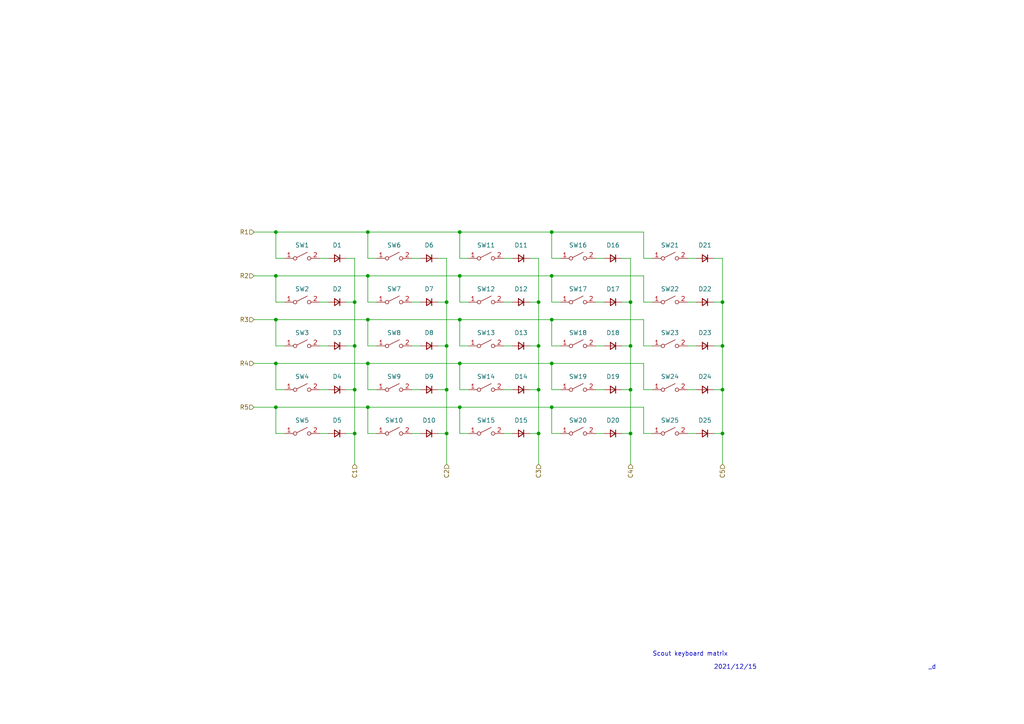
<source format=kicad_sch>
(kicad_sch (version 20250114) (generator "eeschema") (generator_version "9.0")
  (paper "A4")
  (lib_symbols
    (symbol "Device:D_Small" (pin_numbers (hide yes)) (pin_names (offset 0.254) (hide yes))
      (property "Reference" "D" (at -1.27 2.032 0))
      (property "Value" "D_Small" (at -3.81 -2.032 0))
      (symbol "D_Small_0_1"
        (polyline (pts (xy -0.762 0) (xy 0.762 0)))
        (polyline (pts (xy -0.762 -1.016) (xy -0.762 1.016)) (stroke (width 0.254)))
        (polyline (pts (xy 0.762 -1.016) (xy -0.762 0) (xy 0.762 1.016) (xy 0.762 -1.016)) (stroke (width 0.254)))
      )
      (symbol "D_Small_1_1"
        (pin passive line (at -2.54 0 0) (length 1.778) (name "K") (number "1"))
        (pin passive line (at 2.54 0 180) (length 1.778) (name "A") (number "2"))
      )
    )
    (symbol "Switch:SW_SPST" (pin_names (offset 0) (hide yes))
      (property "Reference" "SW" (at 0 3.175 0))
      (property "Value" "SW_SPST" (at 0 -2.54 0))
      (symbol "SW_SPST_0_0"
        (circle (center -2.032 0) (radius 0.508))
        (polyline (pts (xy -1.524 0.254) (xy 1.524 1.778)))
        (circle (center 2.032 0) (radius 0.508))
      )
      (symbol "SW_SPST_1_1"
        (pin passive line (at -5.08 0 0) (length 2.54) (name "A") (number "1"))
        (pin passive line (at 5.08 0 180) (length 2.54) (name "B") (number "2"))
      )
    )
  )
  (text "2021/12/15" (at 207.01 194.31 0) (effects (font (size 1.27 1.27)) (justify left bottom)))
  (text "Scout keyboard matrix" (at 189.23 190.5 0) (effects (font (size 1.27 1.27)) (justify left bottom)))
  (text "_d" (at 269.24 194.31 0) (effects (font (size 1.27 1.27)) (justify left bottom)))
  (junction (at 156.21 113.03))
  (junction (at 133.35 80.01))
  (junction (at 160.02 92.71))
  (junction (at 156.21 125.73))
  (junction (at 182.88 87.63))
  (junction (at 106.68 80.01))
  (junction (at 160.02 67.31))
  (junction (at 102.87 87.63))
  (junction (at 106.68 118.11))
  (junction (at 102.87 125.73))
  (junction (at 156.21 87.63))
  (junction (at 156.21 100.33))
  (junction (at 106.68 67.31))
  (junction (at 80.01 80.01))
  (junction (at 209.55 87.63))
  (junction (at 80.01 105.41))
  (junction (at 182.88 113.03))
  (junction (at 133.35 105.41))
  (junction (at 160.02 80.01))
  (junction (at 133.35 67.31))
  (junction (at 209.55 125.73))
  (junction (at 182.88 125.73))
  (junction (at 106.68 92.71))
  (junction (at 102.87 100.33))
  (junction (at 209.55 113.03))
  (junction (at 129.54 113.03))
  (junction (at 133.35 92.71))
  (junction (at 80.01 118.11))
  (junction (at 129.54 100.33))
  (junction (at 160.02 105.41))
  (junction (at 160.02 118.11))
  (junction (at 133.35 118.11))
  (junction (at 80.01 67.31))
  (junction (at 106.68 105.41))
  (junction (at 129.54 87.63))
  (junction (at 129.54 125.73))
  (junction (at 102.87 113.03))
  (junction (at 182.88 100.33))
  (junction (at 209.55 100.33))
  (junction (at 80.01 92.71))
  (wire (pts (xy 146.05 125.73) (xy 148.59 125.73)))
  (wire (pts (xy 106.68 92.71) (xy 80.01 92.71)))
  (wire (pts (xy 172.72 74.93) (xy 175.26 74.93)))
  (wire (pts (xy 129.54 87.63) (xy 129.54 100.33)))
  (wire (pts (xy 119.38 100.33) (xy 121.92 100.33)))
  (wire (pts (xy 129.54 113.03) (xy 129.54 125.73)))
  (wire (pts (xy 127 87.63) (xy 129.54 87.63)))
  (wire (pts (xy 160.02 100.33) (xy 162.56 100.33)))
  (wire (pts (xy 133.35 67.31) (xy 133.35 74.93)))
  (wire (pts (xy 182.88 100.33) (xy 182.88 113.03)))
  (wire (pts (xy 180.34 125.73) (xy 182.88 125.73)))
  (wire (pts (xy 102.87 100.33) (xy 102.87 113.03)))
  (wire (pts (xy 156.21 125.73) (xy 156.21 134.62)))
  (wire (pts (xy 160.02 118.11) (xy 186.69 118.11)))
  (wire (pts (xy 106.68 67.31) (xy 80.01 67.31)))
  (wire (pts (xy 106.68 125.73) (xy 109.22 125.73)))
  (wire (pts (xy 133.35 118.11) (xy 133.35 125.73)))
  (wire (pts (xy 180.34 74.93) (xy 182.88 74.93)))
  (wire (pts (xy 133.35 92.71) (xy 160.02 92.71)))
  (wire (pts (xy 156.21 74.93) (xy 156.21 87.63)))
  (wire (pts (xy 106.68 113.03) (xy 106.68 105.41)))
  (wire (pts (xy 80.01 80.01) (xy 80.01 87.63)))
  (wire (pts (xy 182.88 113.03) (xy 182.88 125.73)))
  (wire (pts (xy 80.01 105.41) (xy 80.01 113.03)))
  (wire (pts (xy 80.01 105.41) (xy 73.66 105.41)))
  (wire (pts (xy 100.33 74.93) (xy 102.87 74.93)))
  (wire (pts (xy 160.02 125.73) (xy 162.56 125.73)))
  (wire (pts (xy 172.72 113.03) (xy 175.26 113.03)))
  (wire (pts (xy 102.87 113.03) (xy 102.87 125.73)))
  (wire (pts (xy 180.34 87.63) (xy 182.88 87.63)))
  (wire (pts (xy 186.69 125.73) (xy 189.23 125.73)))
  (wire (pts (xy 160.02 67.31) (xy 186.69 67.31)))
  (wire (pts (xy 106.68 113.03) (xy 109.22 113.03)))
  (wire (pts (xy 133.35 67.31) (xy 160.02 67.31)))
  (wire (pts (xy 153.67 113.03) (xy 156.21 113.03)))
  (wire (pts (xy 209.55 113.03) (xy 209.55 125.73)))
  (wire (pts (xy 129.54 74.93) (xy 129.54 87.63)))
  (wire (pts (xy 207.01 87.63) (xy 209.55 87.63)))
  (wire (pts (xy 207.01 113.03) (xy 209.55 113.03)))
  (wire (pts (xy 80.01 74.93) (xy 82.55 74.93)))
  (wire (pts (xy 186.69 74.93) (xy 189.23 74.93)))
  (wire (pts (xy 100.33 87.63) (xy 102.87 87.63)))
  (wire (pts (xy 106.68 87.63) (xy 106.68 80.01)))
  (wire (pts (xy 92.71 113.03) (xy 95.25 113.03)))
  (wire (pts (xy 153.67 74.93) (xy 156.21 74.93)))
  (wire (pts (xy 106.68 125.73) (xy 106.68 118.11)))
  (wire (pts (xy 160.02 105.41) (xy 186.69 105.41)))
  (wire (pts (xy 186.69 80.01) (xy 186.69 87.63)))
  (wire (pts (xy 127 125.73) (xy 129.54 125.73)))
  (wire (pts (xy 209.55 87.63) (xy 209.55 100.33)))
  (wire (pts (xy 129.54 100.33) (xy 129.54 113.03)))
  (wire (pts (xy 172.72 125.73) (xy 175.26 125.73)))
  (wire (pts (xy 186.69 118.11) (xy 186.69 125.73)))
  (wire (pts (xy 160.02 92.71) (xy 160.02 100.33)))
  (wire (pts (xy 80.01 113.03) (xy 82.55 113.03)))
  (wire (pts (xy 209.55 125.73) (xy 209.55 134.62)))
  (wire (pts (xy 119.38 113.03) (xy 121.92 113.03)))
  (wire (pts (xy 207.01 100.33) (xy 209.55 100.33)))
  (wire (pts (xy 127 113.03) (xy 129.54 113.03)))
  (wire (pts (xy 92.71 87.63) (xy 95.25 87.63)))
  (wire (pts (xy 186.69 92.71) (xy 186.69 100.33)))
  (wire (pts (xy 186.69 100.33) (xy 189.23 100.33)))
  (wire (pts (xy 156.21 87.63) (xy 156.21 100.33)))
  (wire (pts (xy 92.71 74.93) (xy 95.25 74.93)))
  (wire (pts (xy 160.02 113.03) (xy 162.56 113.03)))
  (wire (pts (xy 160.02 74.93) (xy 162.56 74.93)))
  (wire (pts (xy 182.88 125.73) (xy 182.88 134.62)))
  (wire (pts (xy 92.71 125.73) (xy 95.25 125.73)))
  (wire (pts (xy 133.35 113.03) (xy 135.89 113.03)))
  (wire (pts (xy 133.35 118.11) (xy 160.02 118.11)))
  (wire (pts (xy 133.35 92.71) (xy 133.35 100.33)))
  (wire (pts (xy 106.68 67.31) (xy 133.35 67.31)))
  (wire (pts (xy 180.34 100.33) (xy 182.88 100.33)))
  (wire (pts (xy 106.68 100.33) (xy 109.22 100.33)))
  (wire (pts (xy 133.35 80.01) (xy 133.35 87.63)))
  (wire (pts (xy 133.35 125.73) (xy 135.89 125.73)))
  (wire (pts (xy 199.39 113.03) (xy 201.93 113.03)))
  (wire (pts (xy 133.35 105.41) (xy 160.02 105.41)))
  (wire (pts (xy 127 100.33) (xy 129.54 100.33)))
  (wire (pts (xy 106.68 118.11) (xy 133.35 118.11)))
  (wire (pts (xy 186.69 113.03) (xy 189.23 113.03)))
  (wire (pts (xy 146.05 100.33) (xy 148.59 100.33)))
  (wire (pts (xy 106.68 80.01) (xy 133.35 80.01)))
  (wire (pts (xy 160.02 92.71) (xy 186.69 92.71)))
  (wire (pts (xy 133.35 80.01) (xy 160.02 80.01)))
  (wire (pts (xy 80.01 92.71) (xy 80.01 100.33)))
  (wire (pts (xy 209.55 100.33) (xy 209.55 113.03)))
  (wire (pts (xy 106.68 74.93) (xy 106.68 67.31)))
  (wire (pts (xy 80.01 125.73) (xy 82.55 125.73)))
  (wire (pts (xy 153.67 125.73) (xy 156.21 125.73)))
  (wire (pts (xy 160.02 80.01) (xy 186.69 80.01)))
  (wire (pts (xy 146.05 74.93) (xy 148.59 74.93)))
  (wire (pts (xy 106.68 74.93) (xy 109.22 74.93)))
  (wire (pts (xy 127 74.93) (xy 129.54 74.93)))
  (wire (pts (xy 199.39 125.73) (xy 201.93 125.73)))
  (wire (pts (xy 172.72 100.33) (xy 175.26 100.33)))
  (wire (pts (xy 106.68 100.33) (xy 106.68 92.71)))
  (wire (pts (xy 106.68 87.63) (xy 109.22 87.63)))
  (wire (pts (xy 100.33 125.73) (xy 102.87 125.73)))
  (wire (pts (xy 153.67 100.33) (xy 156.21 100.33)))
  (wire (pts (xy 102.87 125.73) (xy 102.87 134.62)))
  (wire (pts (xy 186.69 67.31) (xy 186.69 74.93)))
  (wire (pts (xy 186.69 87.63) (xy 189.23 87.63)))
  (wire (pts (xy 119.38 87.63) (xy 121.92 87.63)))
  (wire (pts (xy 106.68 105.41) (xy 80.01 105.41)))
  (wire (pts (xy 160.02 118.11) (xy 160.02 125.73)))
  (wire (pts (xy 80.01 118.11) (xy 73.66 118.11)))
  (wire (pts (xy 80.01 80.01) (xy 73.66 80.01)))
  (wire (pts (xy 160.02 105.41) (xy 160.02 113.03)))
  (wire (pts (xy 133.35 105.41) (xy 133.35 113.03)))
  (wire (pts (xy 153.67 87.63) (xy 156.21 87.63)))
  (wire (pts (xy 129.54 125.73) (xy 129.54 134.62)))
  (wire (pts (xy 199.39 87.63) (xy 201.93 87.63)))
  (wire (pts (xy 80.01 118.11) (xy 80.01 125.73)))
  (wire (pts (xy 80.01 92.71) (xy 73.66 92.71)))
  (wire (pts (xy 106.68 92.71) (xy 133.35 92.71)))
  (wire (pts (xy 133.35 87.63) (xy 135.89 87.63)))
  (wire (pts (xy 182.88 87.63) (xy 182.88 100.33)))
  (wire (pts (xy 106.68 105.41) (xy 133.35 105.41)))
  (wire (pts (xy 100.33 113.03) (xy 102.87 113.03)))
  (wire (pts (xy 106.68 80.01) (xy 80.01 80.01)))
  (wire (pts (xy 199.39 74.93) (xy 201.93 74.93)))
  (wire (pts (xy 209.55 74.93) (xy 209.55 87.63)))
  (wire (pts (xy 146.05 87.63) (xy 148.59 87.63)))
  (wire (pts (xy 133.35 100.33) (xy 135.89 100.33)))
  (wire (pts (xy 102.87 87.63) (xy 102.87 100.33)))
  (wire (pts (xy 156.21 113.03) (xy 156.21 125.73)))
  (wire (pts (xy 207.01 125.73) (xy 209.55 125.73)))
  (wire (pts (xy 182.88 74.93) (xy 182.88 87.63)))
  (wire (pts (xy 207.01 74.93) (xy 209.55 74.93)))
  (wire (pts (xy 160.02 67.31) (xy 160.02 74.93)))
  (wire (pts (xy 100.33 100.33) (xy 102.87 100.33)))
  (wire (pts (xy 80.01 67.31) (xy 80.01 74.93)))
  (wire (pts (xy 172.72 87.63) (xy 175.26 87.63)))
  (wire (pts (xy 102.87 74.93) (xy 102.87 87.63)))
  (wire (pts (xy 119.38 74.93) (xy 121.92 74.93)))
  (wire (pts (xy 199.39 100.33) (xy 201.93 100.33)))
  (wire (pts (xy 160.02 80.01) (xy 160.02 87.63)))
  (wire (pts (xy 156.21 100.33) (xy 156.21 113.03)))
  (wire (pts (xy 80.01 67.31) (xy 73.66 67.31)))
  (wire (pts (xy 160.02 87.63) (xy 162.56 87.63)))
  (wire (pts (xy 80.01 100.33) (xy 82.55 100.33)))
  (wire (pts (xy 186.69 105.41) (xy 186.69 113.03)))
  (wire (pts (xy 119.38 125.73) (xy 121.92 125.73)))
  (wire (pts (xy 106.68 118.11) (xy 80.01 118.11)))
  (wire (pts (xy 92.71 100.33) (xy 95.25 100.33)))
  (wire (pts (xy 146.05 113.03) (xy 148.59 113.03)))
  (wire (pts (xy 180.34 113.03) (xy 182.88 113.03)))
  (wire (pts (xy 133.35 74.93) (xy 135.89 74.93)))
  (wire (pts (xy 80.01 87.63) (xy 82.55 87.63)))
  (hierarchical_label "C1" (shape input) (at 102.87 134.62 270))
  (hierarchical_label "C5" (shape input) (at 209.55 134.62 270))
  (hierarchical_label "C3" (shape input) (at 156.21 134.62 270))
  (hierarchical_label "R1" (shape input) (at 73.66 67.31 180))
  (hierarchical_label "R3" (shape input) (at 73.66 92.71 180))
  (hierarchical_label "C2" (shape input) (at 129.54 134.62 270))
  (hierarchical_label "C4" (shape input) (at 182.88 134.62 270))
  (hierarchical_label "R2" (shape input) (at 73.66 80.01 180))
  (hierarchical_label "R4" (shape input) (at 73.66 105.41 180))
  (hierarchical_label "R5" (shape input) (at 73.66 118.11 180))
  (symbol (lib_id "Switch:SW_SPST") (at 87.63 74.93 0) (unit 1)
    (property "Reference" "SW1" (at 87.63 71.12 0))
    (property "Value" "SPST" (effects (hide yes)))
    (property "Footprint" "Button_Switch_THT:SW_PUSH_6mm" (effects (hide yes)))
  )
  (symbol (lib_id "Device:D_Small") (at 97.79 74.93 180) (unit 1)
    (property "Reference" "D1" (at 97.79 71.12 0))
    (property "Value" "D" (effects (hide yes)))
    (property "Footprint" "Diode_THT:D_DO-41_SOD81_P10.16mm_Horizontal" (effects (hide yes)))
  )
  (symbol (lib_id "Switch:SW_SPST") (at 114.3 74.93 0) (unit 1)
    (property "Reference" "SW6" (at 114.3 71.12 0))
    (property "Value" "SPST" (effects (hide yes)))
    (property "Footprint" "Button_Switch_THT:SW_PUSH_6mm" (effects (hide yes)))
  )
  (symbol (lib_id "Device:D_Small") (at 124.46 74.93 180) (unit 1)
    (property "Reference" "D6" (at 124.46 71.12 0))
    (property "Value" "D" (effects (hide yes)))
    (property "Footprint" "Diode_THT:D_DO-41_SOD81_P10.16mm_Horizontal" (effects (hide yes)))
  )
  (symbol (lib_id "Switch:SW_SPST") (at 140.97 74.93 0) (unit 1)
    (property "Reference" "SW11" (at 140.97 71.12 0))
    (property "Value" "SPST" (effects (hide yes)))
    (property "Footprint" "Button_Switch_THT:SW_PUSH_6mm" (effects (hide yes)))
  )
  (symbol (lib_id "Device:D_Small") (at 151.13 74.93 180) (unit 1)
    (property "Reference" "D11" (at 151.13 71.12 0))
    (property "Value" "D" (effects (hide yes)))
    (property "Footprint" "Diode_THT:D_DO-41_SOD81_P10.16mm_Horizontal" (effects (hide yes)))
  )
  (symbol (lib_id "Switch:SW_SPST") (at 167.64 74.93 0) (unit 1)
    (property "Reference" "SW16" (at 167.64 71.12 0))
    (property "Value" "SPST" (effects (hide yes)))
    (property "Footprint" "Button_Switch_THT:SW_PUSH_6mm" (effects (hide yes)))
  )
  (symbol (lib_id "Device:D_Small") (at 177.8 74.93 180) (unit 1)
    (property "Reference" "D16" (at 177.8 71.12 0))
    (property "Value" "D" (effects (hide yes)))
    (property "Footprint" "Diode_THT:D_DO-41_SOD81_P10.16mm_Horizontal" (effects (hide yes)))
  )
  (symbol (lib_id "Switch:SW_SPST") (at 194.31 74.93 0) (unit 1)
    (property "Reference" "SW21" (at 194.31 71.12 0))
    (property "Value" "SPST" (effects (hide yes)))
    (property "Footprint" "Button_Switch_THT:SW_PUSH_6mm" (effects (hide yes)))
  )
  (symbol (lib_id "Device:D_Small") (at 204.47 74.93 180) (unit 1)
    (property "Reference" "D21" (at 204.47 71.12 0))
    (property "Value" "D" (effects (hide yes)))
    (property "Footprint" "Diode_THT:D_DO-41_SOD81_P10.16mm_Horizontal" (effects (hide yes)))
  )
  (symbol (lib_id "Switch:SW_SPST") (at 87.63 87.63 0) (unit 1)
    (property "Reference" "SW2" (at 87.63 83.82 0))
    (property "Value" "SPST" (effects (hide yes)))
    (property "Footprint" "Button_Switch_THT:SW_PUSH_6mm" (effects (hide yes)))
  )
  (symbol (lib_id "Device:D_Small") (at 97.79 87.63 180) (unit 1)
    (property "Reference" "D2" (at 97.79 83.82 0))
    (property "Value" "D" (effects (hide yes)))
    (property "Footprint" "Diode_THT:D_DO-41_SOD81_P10.16mm_Horizontal" (effects (hide yes)))
  )
  (symbol (lib_id "Device:D_Small") (at 124.46 87.63 180) (unit 1)
    (property "Reference" "D7" (at 124.46 83.82 0))
    (property "Value" "D" (effects (hide yes)))
    (property "Footprint" "Diode_THT:D_DO-41_SOD81_P10.16mm_Horizontal" (effects (hide yes)))
  )
  (symbol (lib_id "Switch:SW_SPST") (at 140.97 87.63 0) (unit 1)
    (property "Reference" "SW12" (at 140.97 83.82 0))
    (property "Value" "SPST" (effects (hide yes)))
    (property "Footprint" "Button_Switch_THT:SW_PUSH_6mm" (effects (hide yes)))
  )
  (symbol (lib_id "Device:D_Small") (at 151.13 87.63 180) (unit 1)
    (property "Reference" "D12" (at 151.13 83.82 0))
    (property "Value" "D" (effects (hide yes)))
    (property "Footprint" "Diode_THT:D_DO-41_SOD81_P10.16mm_Horizontal" (effects (hide yes)))
  )
  (symbol (lib_id "Switch:SW_SPST") (at 167.64 87.63 0) (unit 1)
    (property "Reference" "SW17" (at 167.64 83.82 0))
    (property "Value" "SPST" (effects (hide yes)))
    (property "Footprint" "Button_Switch_THT:SW_PUSH_6mm" (effects (hide yes)))
  )
  (symbol (lib_id "Device:D_Small") (at 177.8 87.63 180) (unit 1)
    (property "Reference" "D17" (at 177.8 83.82 0))
    (property "Value" "D" (effects (hide yes)))
    (property "Footprint" "Diode_THT:D_DO-41_SOD81_P10.16mm_Horizontal" (effects (hide yes)))
  )
  (symbol (lib_id "Switch:SW_SPST") (at 194.31 87.63 0) (unit 1)
    (property "Reference" "SW22" (at 194.31 83.82 0))
    (property "Value" "SPST" (effects (hide yes)))
    (property "Footprint" "Button_Switch_THT:SW_PUSH_6mm" (effects (hide yes)))
  )
  (symbol (lib_id "Device:D_Small") (at 204.47 87.63 180) (unit 1)
    (property "Reference" "D22" (at 204.47 83.82 0))
    (property "Value" "D" (effects (hide yes)))
    (property "Footprint" "Diode_THT:D_DO-41_SOD81_P10.16mm_Horizontal" (effects (hide yes)))
  )
  (symbol (lib_id "Switch:SW_SPST") (at 114.3 87.63 0) (unit 1)
    (property "Reference" "SW7" (at 114.3 83.82 0))
    (property "Value" "SPST" (effects (hide yes)))
    (property "Footprint" "Button_Switch_THT:SW_PUSH_6mm" (effects (hide yes)))
  )
  (symbol (lib_id "Switch:SW_SPST") (at 87.63 100.33 0) (unit 1)
    (property "Reference" "SW3" (at 87.63 96.52 0))
    (property "Value" "SPST" (effects (hide yes)))
    (property "Footprint" "Button_Switch_THT:SW_PUSH_6mm" (effects (hide yes)))
  )
  (symbol (lib_id "Device:D_Small") (at 97.79 100.33 180) (unit 1)
    (property "Reference" "D3" (at 97.79 96.52 0))
    (property "Value" "D" (effects (hide yes)))
    (property "Footprint" "Diode_THT:D_DO-41_SOD81_P10.16mm_Horizontal" (effects (hide yes)))
  )
  (symbol (lib_id "Device:D_Small") (at 124.46 100.33 180) (unit 1)
    (property "Reference" "D8" (at 124.46 96.52 0))
    (property "Value" "D" (effects (hide yes)))
    (property "Footprint" "Diode_THT:D_DO-41_SOD81_P10.16mm_Horizontal" (effects (hide yes)))
  )
  (symbol (lib_id "Switch:SW_SPST") (at 140.97 100.33 0) (unit 1)
    (property "Reference" "SW13" (at 140.97 96.52 0))
    (property "Value" "SPST" (effects (hide yes)))
    (property "Footprint" "Button_Switch_THT:SW_PUSH_6mm" (effects (hide yes)))
  )
  (symbol (lib_id "Device:D_Small") (at 151.13 100.33 180) (unit 1)
    (property "Reference" "D13" (at 151.13 96.52 0))
    (property "Value" "D" (effects (hide yes)))
    (property "Footprint" "Diode_THT:D_DO-41_SOD81_P10.16mm_Horizontal" (effects (hide yes)))
  )
  (symbol (lib_id "Switch:SW_SPST") (at 167.64 100.33 0) (unit 1)
    (property "Reference" "SW18" (at 167.64 96.52 0))
    (property "Value" "SPST" (effects (hide yes)))
    (property "Footprint" "Button_Switch_THT:SW_PUSH_6mm" (effects (hide yes)))
  )
  (symbol (lib_id "Device:D_Small") (at 177.8 100.33 180) (unit 1)
    (property "Reference" "D18" (at 177.8 96.52 0))
    (property "Value" "D" (effects (hide yes)))
    (property "Footprint" "Diode_THT:D_DO-41_SOD81_P10.16mm_Horizontal" (effects (hide yes)))
  )
  (symbol (lib_id "Switch:SW_SPST") (at 194.31 100.33 0) (unit 1)
    (property "Reference" "SW23" (at 194.31 96.52 0))
    (property "Value" "SPST" (effects (hide yes)))
    (property "Footprint" "Button_Switch_THT:SW_PUSH_6mm" (effects (hide yes)))
  )
  (symbol (lib_id "Device:D_Small") (at 204.47 100.33 180) (unit 1)
    (property "Reference" "D23" (at 204.47 96.52 0))
    (property "Value" "D" (effects (hide yes)))
    (property "Footprint" "Diode_THT:D_DO-41_SOD81_P10.16mm_Horizontal" (effects (hide yes)))
  )
  (symbol (lib_id "Switch:SW_SPST") (at 114.3 100.33 0) (unit 1)
    (property "Reference" "SW8" (at 114.3 96.52 0))
    (property "Value" "SPST" (effects (hide yes)))
    (property "Footprint" "Button_Switch_THT:SW_PUSH_6mm" (effects (hide yes)))
  )
  (symbol (lib_id "Switch:SW_SPST") (at 87.63 113.03 0) (unit 1)
    (property "Reference" "SW4" (at 87.63 109.22 0))
    (property "Value" "SPST" (effects (hide yes)))
    (property "Footprint" "Button_Switch_THT:SW_PUSH_6mm" (effects (hide yes)))
  )
  (symbol (lib_id "Device:D_Small") (at 97.79 113.03 180) (unit 1)
    (property "Reference" "D4" (at 97.79 109.22 0))
    (property "Value" "D" (effects (hide yes)))
    (property "Footprint" "Diode_THT:D_DO-41_SOD81_P10.16mm_Horizontal" (effects (hide yes)))
  )
  (symbol (lib_id "Device:D_Small") (at 124.46 113.03 180) (unit 1)
    (property "Reference" "D9" (at 124.46 109.22 0))
    (property "Value" "D" (effects (hide yes)))
    (property "Footprint" "Diode_THT:D_DO-41_SOD81_P10.16mm_Horizontal" (effects (hide yes)))
  )
  (symbol (lib_id "Switch:SW_SPST") (at 140.97 113.03 0) (unit 1)
    (property "Reference" "SW14" (at 140.97 109.22 0))
    (property "Value" "SPST" (effects (hide yes)))
    (property "Footprint" "Button_Switch_THT:SW_PUSH_6mm" (effects (hide yes)))
  )
  (symbol (lib_id "Device:D_Small") (at 151.13 113.03 180) (unit 1)
    (property "Reference" "D14" (at 151.13 109.22 0))
    (property "Value" "D" (effects (hide yes)))
    (property "Footprint" "Diode_THT:D_DO-41_SOD81_P10.16mm_Horizontal" (effects (hide yes)))
  )
  (symbol (lib_id "Switch:SW_SPST") (at 167.64 113.03 0) (unit 1)
    (property "Reference" "SW19" (at 167.64 109.22 0))
    (property "Value" "SPST" (effects (hide yes)))
    (property "Footprint" "Button_Switch_THT:SW_PUSH_6mm" (effects (hide yes)))
  )
  (symbol (lib_id "Device:D_Small") (at 177.8 113.03 180) (unit 1)
    (property "Reference" "D19" (at 177.8 109.22 0))
    (property "Value" "D" (effects (hide yes)))
    (property "Footprint" "Diode_THT:D_DO-41_SOD81_P10.16mm_Horizontal" (effects (hide yes)))
  )
  (symbol (lib_id "Switch:SW_SPST") (at 194.31 113.03 0) (unit 1)
    (property "Reference" "SW24" (at 194.31 109.22 0))
    (property "Value" "SPST" (effects (hide yes)))
    (property "Footprint" "Button_Switch_THT:SW_PUSH_6mm" (effects (hide yes)))
  )
  (symbol (lib_id "Device:D_Small") (at 204.47 113.03 180) (unit 1)
    (property "Reference" "D24" (at 204.47 109.22 0))
    (property "Value" "D" (effects (hide yes)))
    (property "Footprint" "Diode_THT:D_DO-41_SOD81_P10.16mm_Horizontal" (effects (hide yes)))
  )
  (symbol (lib_id "Switch:SW_SPST") (at 114.3 113.03 0) (unit 1)
    (property "Reference" "SW9" (at 114.3 109.22 0))
    (property "Value" "SPST" (effects (hide yes)))
    (property "Footprint" "Button_Switch_THT:SW_PUSH_6mm" (effects (hide yes)))
  )
  (symbol (lib_id "Switch:SW_SPST") (at 87.63 125.73 0) (unit 1)
    (property "Reference" "SW5" (at 87.63 121.92 0))
    (property "Value" "SPST" (effects (hide yes)))
    (property "Footprint" "Button_Switch_THT:SW_PUSH_6mm" (effects (hide yes)))
  )
  (symbol (lib_id "Device:D_Small") (at 97.79 125.73 180) (unit 1)
    (property "Reference" "D5" (at 97.79 121.92 0))
    (property "Value" "D" (effects (hide yes)))
    (property "Footprint" "Diode_THT:D_DO-41_SOD81_P10.16mm_Horizontal" (effects (hide yes)))
  )
  (symbol (lib_id "Device:D_Small") (at 124.46 125.73 180) (unit 1)
    (property "Reference" "D10" (at 124.46 121.92 0))
    (property "Value" "D" (effects (hide yes)))
    (property "Footprint" "Diode_THT:D_DO-41_SOD81_P10.16mm_Horizontal" (effects (hide yes)))
  )
  (symbol (lib_id "Switch:SW_SPST") (at 140.97 125.73 0) (unit 1)
    (property "Reference" "SW15" (at 140.97 121.92 0))
    (property "Value" "SPST" (effects (hide yes)))
    (property "Footprint" "Button_Switch_THT:SW_PUSH_6mm" (effects (hide yes)))
  )
  (symbol (lib_id "Device:D_Small") (at 151.13 125.73 180) (unit 1)
    (property "Reference" "D15" (at 151.13 121.92 0))
    (property "Value" "D" (effects (hide yes)))
    (property "Footprint" "Diode_THT:D_DO-41_SOD81_P10.16mm_Horizontal" (effects (hide yes)))
  )
  (symbol (lib_id "Switch:SW_SPST") (at 167.64 125.73 0) (unit 1)
    (property "Reference" "SW20" (at 167.64 121.92 0))
    (property "Value" "SPST" (effects (hide yes)))
    (property "Footprint" "Button_Switch_THT:SW_PUSH_6mm" (effects (hide yes)))
  )
  (symbol (lib_id "Device:D_Small") (at 177.8 125.73 180) (unit 1)
    (property "Reference" "D20" (at 177.8 121.92 0))
    (property "Value" "D" (effects (hide yes)))
    (property "Footprint" "Diode_THT:D_DO-41_SOD81_P10.16mm_Horizontal" (effects (hide yes)))
  )
  (symbol (lib_id "Switch:SW_SPST") (at 194.31 125.73 0) (unit 1)
    (property "Reference" "SW25" (at 194.31 121.92 0))
    (property "Value" "SPST" (effects (hide yes)))
    (property "Footprint" "Button_Switch_THT:SW_PUSH_6mm" (effects (hide yes)))
  )
  (symbol (lib_id "Device:D_Small") (at 204.47 125.73 180) (unit 1)
    (property "Reference" "D25" (at 204.47 121.92 0))
    (property "Value" "D" (effects (hide yes)))
    (property "Footprint" "Diode_THT:D_DO-41_SOD81_P10.16mm_Horizontal" (effects (hide yes)))
  )
  (symbol (lib_id "Switch:SW_SPST") (at 114.3 125.73 0) (unit 1)
    (property "Reference" "SW10" (at 114.3 121.92 0))
    (property "Value" "SPST" (effects (hide yes)))
    (property "Footprint" "Button_Switch_THT:SW_PUSH_6mm" (effects (hide yes)))
  )
)
</source>
